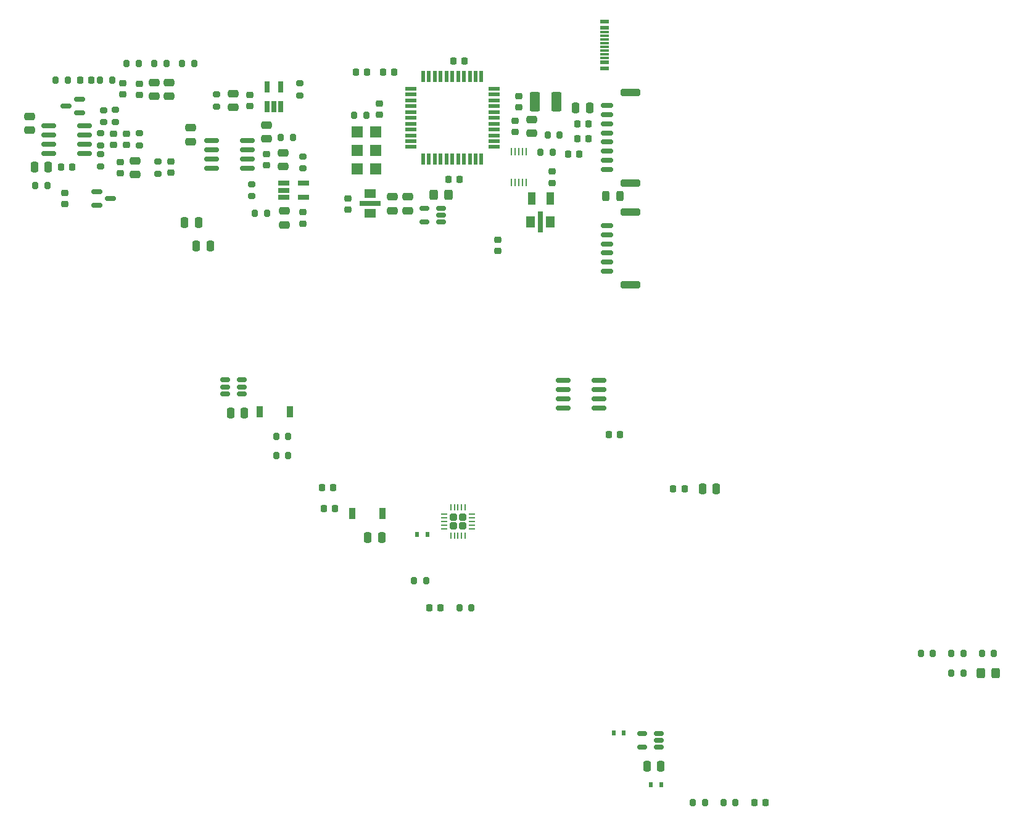
<source format=gbr>
%TF.GenerationSoftware,KiCad,Pcbnew,6.0.4-6f826c9f35~116~ubuntu20.04.1*%
%TF.CreationDate,2022-05-03T12:56:29+00:00*%
%TF.ProjectId,USTSIPIN01A,55535453-4950-4494-9e30-31412e6b6963,REV*%
%TF.SameCoordinates,Original*%
%TF.FileFunction,Paste,Bot*%
%TF.FilePolarity,Positive*%
%FSLAX46Y46*%
G04 Gerber Fmt 4.6, Leading zero omitted, Abs format (unit mm)*
G04 Created by KiCad (PCBNEW 6.0.4-6f826c9f35~116~ubuntu20.04.1) date 2022-05-03 12:56:29*
%MOMM*%
%LPD*%
G01*
G04 APERTURE LIST*
G04 Aperture macros list*
%AMRoundRect*
0 Rectangle with rounded corners*
0 $1 Rounding radius*
0 $2 $3 $4 $5 $6 $7 $8 $9 X,Y pos of 4 corners*
0 Add a 4 corners polygon primitive as box body*
4,1,4,$2,$3,$4,$5,$6,$7,$8,$9,$2,$3,0*
0 Add four circle primitives for the rounded corners*
1,1,$1+$1,$2,$3*
1,1,$1+$1,$4,$5*
1,1,$1+$1,$6,$7*
1,1,$1+$1,$8,$9*
0 Add four rect primitives between the rounded corners*
20,1,$1+$1,$2,$3,$4,$5,0*
20,1,$1+$1,$4,$5,$6,$7,0*
20,1,$1+$1,$6,$7,$8,$9,0*
20,1,$1+$1,$8,$9,$2,$3,0*%
G04 Aperture macros list end*
%ADD10RoundRect,0.225000X-0.250000X0.225000X-0.250000X-0.225000X0.250000X-0.225000X0.250000X0.225000X0*%
%ADD11RoundRect,0.250000X0.250000X0.475000X-0.250000X0.475000X-0.250000X-0.475000X0.250000X-0.475000X0*%
%ADD12RoundRect,0.250000X0.475000X-0.250000X0.475000X0.250000X-0.475000X0.250000X-0.475000X-0.250000X0*%
%ADD13RoundRect,0.250000X-0.475000X0.250000X-0.475000X-0.250000X0.475000X-0.250000X0.475000X0.250000X0*%
%ADD14RoundRect,0.225000X0.225000X0.250000X-0.225000X0.250000X-0.225000X-0.250000X0.225000X-0.250000X0*%
%ADD15RoundRect,0.225000X0.250000X-0.225000X0.250000X0.225000X-0.250000X0.225000X-0.250000X-0.225000X0*%
%ADD16RoundRect,0.200000X-0.275000X0.200000X-0.275000X-0.200000X0.275000X-0.200000X0.275000X0.200000X0*%
%ADD17RoundRect,0.200000X0.275000X-0.200000X0.275000X0.200000X-0.275000X0.200000X-0.275000X-0.200000X0*%
%ADD18RoundRect,0.200000X0.200000X0.275000X-0.200000X0.275000X-0.200000X-0.275000X0.200000X-0.275000X0*%
%ADD19RoundRect,0.200000X-0.200000X-0.275000X0.200000X-0.275000X0.200000X0.275000X-0.200000X0.275000X0*%
%ADD20RoundRect,0.150000X-0.825000X-0.150000X0.825000X-0.150000X0.825000X0.150000X-0.825000X0.150000X0*%
%ADD21R,0.650000X1.560000*%
%ADD22R,1.560000X0.650000*%
%ADD23RoundRect,0.150000X-0.587500X-0.150000X0.587500X-0.150000X0.587500X0.150000X-0.587500X0.150000X0*%
%ADD24RoundRect,0.243750X-0.243750X-0.456250X0.243750X-0.456250X0.243750X0.456250X-0.243750X0.456250X0*%
%ADD25RoundRect,0.250000X0.325000X0.450000X-0.325000X0.450000X-0.325000X-0.450000X0.325000X-0.450000X0*%
%ADD26R,1.500000X1.300000*%
%ADD27R,3.000000X0.700000*%
%ADD28RoundRect,0.225000X-0.225000X-0.250000X0.225000X-0.250000X0.225000X0.250000X-0.225000X0.250000X0*%
%ADD29RoundRect,0.150000X0.512500X0.150000X-0.512500X0.150000X-0.512500X-0.150000X0.512500X-0.150000X0*%
%ADD30R,1.500000X0.550000*%
%ADD31R,0.550000X1.500000*%
%ADD32R,1.300000X1.500000*%
%ADD33R,0.700000X3.000000*%
%ADD34R,1.524000X1.524000*%
%ADD35RoundRect,0.250000X-0.250000X-0.475000X0.250000X-0.475000X0.250000X0.475000X-0.250000X0.475000X0*%
%ADD36RoundRect,0.250001X0.462499X1.074999X-0.462499X1.074999X-0.462499X-1.074999X0.462499X-1.074999X0*%
%ADD37R,0.250000X1.100000*%
%ADD38R,1.000000X1.800000*%
%ADD39RoundRect,0.150000X-0.700000X0.150000X-0.700000X-0.150000X0.700000X-0.150000X0.700000X0.150000X0*%
%ADD40RoundRect,0.250000X-1.100000X0.250000X-1.100000X-0.250000X1.100000X-0.250000X1.100000X0.250000X0*%
%ADD41R,0.600000X0.700000*%
%ADD42RoundRect,0.150000X0.587500X0.150000X-0.587500X0.150000X-0.587500X-0.150000X0.587500X-0.150000X0*%
%ADD43R,1.150000X0.600000*%
%ADD44R,1.150000X0.300000*%
%ADD45R,0.950000X1.500000*%
%ADD46RoundRect,0.250000X0.255000X0.255000X-0.255000X0.255000X-0.255000X-0.255000X0.255000X-0.255000X0*%
%ADD47RoundRect,0.062500X0.350000X0.062500X-0.350000X0.062500X-0.350000X-0.062500X0.350000X-0.062500X0*%
%ADD48RoundRect,0.062500X0.062500X0.350000X-0.062500X0.350000X-0.062500X-0.350000X0.062500X-0.350000X0*%
%ADD49RoundRect,0.150000X0.825000X0.150000X-0.825000X0.150000X-0.825000X-0.150000X0.825000X-0.150000X0*%
G04 APERTURE END LIST*
D10*
%TO.C,C20*%
X10066000Y20327000D03*
X10066000Y18777000D03*
%TD*%
D11*
%TO.C,C1*%
X28415000Y16250000D03*
X26515000Y16250000D03*
%TD*%
D12*
%TO.C,C3*%
X5240000Y28952500D03*
X5240000Y30852500D03*
%TD*%
D11*
%TO.C,C4*%
X30002500Y13075000D03*
X28102500Y13075000D03*
%TD*%
%TO.C,C5*%
X7777500Y23870000D03*
X5877500Y23870000D03*
%TD*%
D13*
%TO.C,C6*%
X19718000Y24756500D03*
X19718000Y22856500D03*
%TD*%
D12*
%TO.C,C7*%
X40038000Y23936000D03*
X40038000Y25836000D03*
%TD*%
%TO.C,C8*%
X33180000Y32064000D03*
X33180000Y33964000D03*
%TD*%
D13*
%TO.C,C9*%
X40165000Y17835000D03*
X40165000Y15935000D03*
%TD*%
D14*
%TO.C,C10*%
X11095000Y23870000D03*
X9545000Y23870000D03*
%TD*%
D10*
%TO.C,C11*%
X17686000Y24581500D03*
X17686000Y23031500D03*
%TD*%
D15*
%TO.C,C12*%
X37752000Y24111000D03*
X37752000Y25661000D03*
%TD*%
%TO.C,C13*%
X35466000Y32239000D03*
X35466000Y33789000D03*
%TD*%
D10*
%TO.C,C14*%
X42705000Y17660000D03*
X42705000Y16110000D03*
%TD*%
D15*
%TO.C,C15*%
X16764000Y26911000D03*
X16764000Y28461000D03*
%TD*%
D10*
%TO.C,C16*%
X18542000Y28461000D03*
X18542000Y26911000D03*
%TD*%
D12*
%TO.C,C17*%
X27338000Y27365000D03*
X27338000Y29265000D03*
%TD*%
D15*
%TO.C,C18*%
X24638000Y23101000D03*
X24638000Y24651000D03*
%TD*%
D12*
%TO.C,C19*%
X37752000Y27746000D03*
X37752000Y29646000D03*
%TD*%
D16*
%TO.C,R3*%
X35720000Y21520000D03*
X35720000Y19870000D03*
%TD*%
D17*
%TO.C,R4*%
X30894000Y32189000D03*
X30894000Y33839000D03*
%TD*%
D18*
%TO.C,R5*%
X37815000Y17520000D03*
X36165000Y17520000D03*
%TD*%
%TO.C,R6*%
X7652500Y21330000D03*
X6002500Y21330000D03*
%TD*%
D16*
%TO.C,R7*%
X15400000Y31680000D03*
X15400000Y30030000D03*
%TD*%
D17*
%TO.C,R8*%
X17018000Y30093500D03*
X17018000Y31743500D03*
%TD*%
%TO.C,R9*%
X14986000Y26861000D03*
X14986000Y28511000D03*
%TD*%
%TO.C,R10*%
X20320000Y26861000D03*
X20320000Y28511000D03*
%TD*%
%TO.C,R11*%
X22860000Y22981500D03*
X22860000Y24631500D03*
%TD*%
%TO.C,R12*%
X42705000Y23680000D03*
X42705000Y25330000D03*
%TD*%
D19*
%TO.C,R13*%
X39721000Y27934000D03*
X41371000Y27934000D03*
%TD*%
D20*
%TO.C,U1*%
X7845000Y25775000D03*
X7845000Y27045000D03*
X7845000Y28315000D03*
X7845000Y29585000D03*
X12795000Y29585000D03*
X12795000Y28315000D03*
X12795000Y27045000D03*
X12795000Y25775000D03*
%TD*%
D21*
%TO.C,U4*%
X39718000Y32172000D03*
X38768000Y32172000D03*
X37818000Y32172000D03*
X37818000Y34872000D03*
X39718000Y34872000D03*
%TD*%
D22*
%TO.C,U5*%
X40085000Y19745000D03*
X40085000Y20695000D03*
X40085000Y21645000D03*
X42785000Y21645000D03*
X42785000Y19745000D03*
%TD*%
D16*
%TO.C,R2*%
X14986000Y25647500D03*
X14986000Y23997500D03*
%TD*%
D20*
%TO.C,U2*%
X30197000Y23743000D03*
X30197000Y25013000D03*
X30197000Y26283000D03*
X30197000Y27553000D03*
X35147000Y27553000D03*
X35147000Y26283000D03*
X35147000Y25013000D03*
X35147000Y23743000D03*
%TD*%
D17*
%TO.C,R1*%
X42324000Y33713000D03*
X42324000Y35363000D03*
%TD*%
D10*
%TO.C,C2*%
X20320000Y35319000D03*
X20320000Y33769000D03*
%TD*%
D23*
%TO.C,U3*%
X14478500Y18602000D03*
X14478500Y20502000D03*
X16353500Y19552000D03*
%TD*%
D13*
%TO.C,C21*%
X24384000Y35494000D03*
X24384000Y33594000D03*
%TD*%
D24*
%TO.C,F2*%
X84343000Y19939000D03*
X86218000Y19939000D03*
%TD*%
D25*
%TO.C,L3*%
X62747000Y20066000D03*
X60697000Y20066000D03*
%TD*%
D12*
%TO.C,C50*%
X54991000Y17909500D03*
X54991000Y19809500D03*
%TD*%
%TO.C,C42*%
X57150000Y17909500D03*
X57150000Y19809500D03*
%TD*%
D26*
%TO.C,C52*%
X51943000Y17573000D03*
D27*
X51943000Y18923000D03*
D26*
X51943000Y20273000D03*
%TD*%
D15*
%TO.C,C44*%
X71882000Y28689000D03*
X71882000Y30239000D03*
%TD*%
D12*
%TO.C,C40*%
X74168000Y28514000D03*
X74168000Y30414000D03*
%TD*%
D10*
%TO.C,C31*%
X72390000Y33604500D03*
X72390000Y32054500D03*
%TD*%
D28*
%TO.C,C27*%
X80378000Y27813000D03*
X81928000Y27813000D03*
%TD*%
D29*
%TO.C,U8*%
X61716500Y18222000D03*
X61716500Y17272000D03*
X61716500Y16322000D03*
X59441500Y16322000D03*
X59441500Y18222000D03*
%TD*%
D30*
%TO.C,U10*%
X57550000Y26640000D03*
X57550000Y27440000D03*
X57550000Y28240000D03*
X57550000Y29040000D03*
X57550000Y29840000D03*
X57550000Y30640000D03*
X57550000Y31440000D03*
X57550000Y32240000D03*
X57550000Y33040000D03*
X57550000Y33840000D03*
X57550000Y34640000D03*
D31*
X59250000Y36340000D03*
X60050000Y36340000D03*
X60850000Y36340000D03*
X61650000Y36340000D03*
X62450000Y36340000D03*
X63250000Y36340000D03*
X64050000Y36340000D03*
X64850000Y36340000D03*
X65650000Y36340000D03*
X66450000Y36340000D03*
X67250000Y36340000D03*
D30*
X68950000Y34640000D03*
X68950000Y33840000D03*
X68950000Y33040000D03*
X68950000Y32240000D03*
X68950000Y31440000D03*
X68950000Y30640000D03*
X68950000Y29840000D03*
X68950000Y29040000D03*
X68950000Y28240000D03*
X68950000Y27440000D03*
X68950000Y26640000D03*
D31*
X67250000Y24940000D03*
X66450000Y24940000D03*
X65650000Y24940000D03*
X64850000Y24940000D03*
X64050000Y24940000D03*
X63250000Y24940000D03*
X62450000Y24940000D03*
X61650000Y24940000D03*
X60850000Y24940000D03*
X60050000Y24940000D03*
X59250000Y24940000D03*
%TD*%
D19*
%TO.C,R20*%
X76327500Y28321000D03*
X77977500Y28321000D03*
%TD*%
D32*
%TO.C,C29*%
X76661000Y16383000D03*
D33*
X75311000Y16383000D03*
D32*
X73961000Y16383000D03*
%TD*%
D34*
%TO.C,J22*%
X50165000Y23622000D03*
X52705000Y23622000D03*
X50165000Y26162000D03*
X52705000Y26162000D03*
X50165000Y28702000D03*
X52705000Y28702000D03*
%TD*%
D19*
%TO.C,R23*%
X49784500Y30988000D03*
X51434500Y30988000D03*
%TD*%
D28*
%TO.C,C26*%
X79108000Y25654000D03*
X80658000Y25654000D03*
%TD*%
%TO.C,C28*%
X80378000Y29845000D03*
X81928000Y29845000D03*
%TD*%
%TO.C,C30*%
X50025000Y36957000D03*
X51575000Y36957000D03*
%TD*%
D14*
%TO.C,C33*%
X55258000Y36957000D03*
X53708000Y36957000D03*
%TD*%
D15*
%TO.C,C34*%
X53213000Y31038500D03*
X53213000Y32588500D03*
%TD*%
D14*
%TO.C,C35*%
X64275000Y22225000D03*
X62725000Y22225000D03*
%TD*%
D28*
%TO.C,C39*%
X63360000Y38481000D03*
X64910000Y38481000D03*
%TD*%
D35*
%TO.C,C43*%
X80203000Y32004000D03*
X82103000Y32004000D03*
%TD*%
D10*
%TO.C,C47*%
X76962000Y23254000D03*
X76962000Y21704000D03*
%TD*%
D36*
%TO.C,L1*%
X77560500Y32893000D03*
X74585500Y32893000D03*
%TD*%
D19*
%TO.C,R21*%
X75375000Y25908000D03*
X77025000Y25908000D03*
%TD*%
D37*
%TO.C,U11*%
X73390000Y21726000D03*
X72890000Y21726000D03*
X72390000Y21726000D03*
X71890000Y21726000D03*
X71390000Y21726000D03*
X71390000Y26026000D03*
X71890000Y26026000D03*
X72390000Y26026000D03*
X72890000Y26026000D03*
X73390000Y26026000D03*
%TD*%
D38*
%TO.C,Y2*%
X74168000Y19558000D03*
X76668000Y19558000D03*
%TD*%
D13*
%TO.C,C23*%
X22352000Y35494000D03*
X22352000Y33594000D03*
%TD*%
D10*
%TO.C,C24*%
X18034000Y35382500D03*
X18034000Y33832500D03*
%TD*%
%TO.C,C32*%
X69469000Y13919500D03*
X69469000Y12369500D03*
%TD*%
%TO.C,C54*%
X48895000Y19571000D03*
X48895000Y18021000D03*
%TD*%
D19*
%TO.C,R15*%
X26162500Y38100000D03*
X27812500Y38100000D03*
%TD*%
%TO.C,R19*%
X22352500Y38100000D03*
X24002500Y38100000D03*
%TD*%
%TO.C,R22*%
X18542500Y38100000D03*
X20192500Y38100000D03*
%TD*%
D39*
%TO.C,J3*%
X84510000Y15825000D03*
X84510000Y14575000D03*
X84510000Y13325000D03*
X84510000Y12075000D03*
X84510000Y10825000D03*
X84510000Y9575000D03*
D40*
X87710000Y17675000D03*
X87710000Y7725000D03*
%TD*%
D18*
%TO.C,R17*%
X133413518Y-45590000D03*
X131763518Y-45590000D03*
%TD*%
%TO.C,R25*%
X137603518Y-42920000D03*
X135953518Y-42920000D03*
%TD*%
D39*
%TO.C,J1*%
X84510000Y32315000D03*
X84510000Y31065000D03*
X84510000Y29815000D03*
X84510000Y28565000D03*
X84510000Y27315000D03*
X84510000Y26065000D03*
X84510000Y24815000D03*
X84510000Y23565000D03*
D40*
X87710000Y34165000D03*
X87710000Y21715000D03*
%TD*%
D18*
%TO.C,R24*%
X133413518Y-42920000D03*
X131763518Y-42920000D03*
%TD*%
%TO.C,R28*%
X40743518Y-13100000D03*
X39093518Y-13100000D03*
%TD*%
D28*
%TO.C,C37*%
X12179000Y35814000D03*
X13729000Y35814000D03*
%TD*%
D41*
%TO.C,D6*%
X86782518Y-53858000D03*
X85382518Y-53858000D03*
%TD*%
D14*
%TO.C,C48*%
X47183518Y-23010000D03*
X45633518Y-23010000D03*
%TD*%
D42*
%TO.C,Q1*%
X12113500Y33208000D03*
X12113500Y31308000D03*
X10238500Y32258000D03*
%TD*%
D43*
%TO.C,J4*%
X84145000Y43840000D03*
X84145000Y43040000D03*
D44*
X84145000Y41890000D03*
X84145000Y40890000D03*
X84145000Y40390000D03*
X84145000Y39390000D03*
D43*
X84145000Y37440000D03*
X84145000Y38240000D03*
D44*
X84145000Y38890000D03*
X84145000Y39890000D03*
X84145000Y41390000D03*
X84145000Y42390000D03*
%TD*%
D18*
%TO.C,R27*%
X40743518Y-15770000D03*
X39093518Y-15770000D03*
%TD*%
D25*
%TO.C,L2*%
X137803518Y-45590000D03*
X135753518Y-45590000D03*
%TD*%
D14*
%TO.C,C25*%
X95113518Y-20320000D03*
X93563518Y-20320000D03*
%TD*%
D18*
%TO.C,R30*%
X102113518Y-63450000D03*
X100463518Y-63450000D03*
%TD*%
D29*
%TO.C,U7*%
X34350018Y-5358000D03*
X34350018Y-6308000D03*
X34350018Y-7258000D03*
X32075018Y-7258000D03*
X32075018Y-6308000D03*
X32075018Y-5358000D03*
%TD*%
D18*
%TO.C,R14*%
X10477000Y35814000D03*
X8827000Y35814000D03*
%TD*%
D45*
%TO.C,D4*%
X49512918Y-23670400D03*
X53662918Y-23670400D03*
%TD*%
D11*
%TO.C,C22*%
X99478518Y-20320000D03*
X97578518Y-20320000D03*
%TD*%
D18*
%TO.C,R29*%
X65883518Y-36640000D03*
X64233518Y-36640000D03*
%TD*%
D45*
%TO.C,D3*%
X36852918Y-9770400D03*
X41002918Y-9770400D03*
%TD*%
D11*
%TO.C,C49*%
X91858518Y-58420000D03*
X89958518Y-58420000D03*
%TD*%
D18*
%TO.C,R31*%
X97923518Y-63450000D03*
X96273518Y-63450000D03*
%TD*%
D11*
%TO.C,C38*%
X34698518Y-9870000D03*
X32798518Y-9870000D03*
%TD*%
D46*
%TO.C,U9*%
X64657518Y-24173000D03*
X63407518Y-24173000D03*
X64657518Y-25423000D03*
X63407518Y-25423000D03*
D47*
X65970018Y-23798000D03*
X65970018Y-24298000D03*
X65970018Y-24798000D03*
X65970018Y-25298000D03*
X65970018Y-25798000D03*
D48*
X65032518Y-26735500D03*
X64532518Y-26735500D03*
X64032518Y-26735500D03*
X63532518Y-26735500D03*
X63032518Y-26735500D03*
D47*
X62095018Y-25798000D03*
X62095018Y-25298000D03*
X62095018Y-24798000D03*
X62095018Y-24298000D03*
X62095018Y-23798000D03*
D48*
X63032518Y-22860500D03*
X63532518Y-22860500D03*
X64032518Y-22860500D03*
X64532518Y-22860500D03*
X65032518Y-22860500D03*
%TD*%
D19*
%TO.C,R16*%
X14923000Y35814000D03*
X16573000Y35814000D03*
%TD*%
D14*
%TO.C,C46*%
X61643518Y-36640000D03*
X60093518Y-36640000D03*
%TD*%
D11*
%TO.C,C41*%
X53548518Y-27000000D03*
X51648518Y-27000000D03*
%TD*%
D41*
%TO.C,D1*%
X59832518Y-26588000D03*
X58432518Y-26588000D03*
%TD*%
D18*
%TO.C,R26*%
X59653518Y-32950000D03*
X58003518Y-32950000D03*
%TD*%
D29*
%TO.C,U12*%
X91570018Y-53908000D03*
X91570018Y-54858000D03*
X91570018Y-55808000D03*
X89295018Y-55808000D03*
X89295018Y-53908000D03*
%TD*%
D14*
%TO.C,C45*%
X46923518Y-20180000D03*
X45373518Y-20180000D03*
%TD*%
D18*
%TO.C,R18*%
X129223518Y-42920000D03*
X127573518Y-42920000D03*
%TD*%
D41*
%TO.C,D5*%
X91932518Y-60978000D03*
X90532518Y-60978000D03*
%TD*%
D14*
%TO.C,C51*%
X106253518Y-63450000D03*
X104703518Y-63450000D03*
%TD*%
D49*
%TO.C,U6*%
X83387518Y-5403000D03*
X83387518Y-6673000D03*
X83387518Y-7943000D03*
X83387518Y-9213000D03*
X78437518Y-9213000D03*
X78437518Y-7943000D03*
X78437518Y-6673000D03*
X78437518Y-5403000D03*
%TD*%
D14*
%TO.C,C36*%
X86293518Y-12870000D03*
X84743518Y-12870000D03*
%TD*%
M02*

</source>
